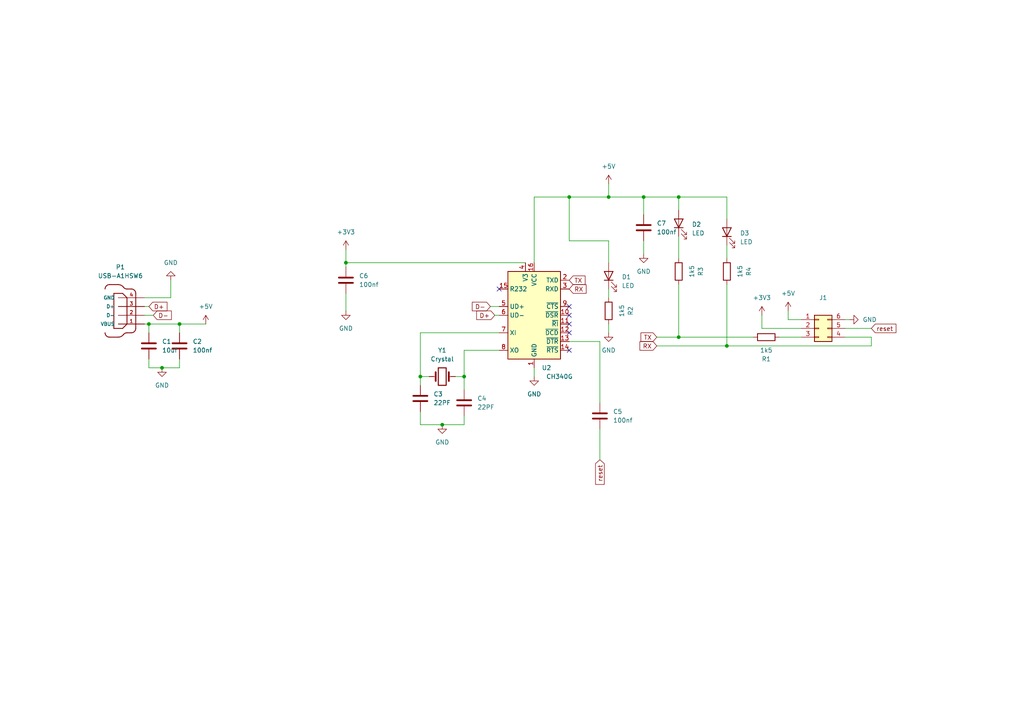
<source format=kicad_sch>
(kicad_sch (version 20230121) (generator eeschema)

  (uuid 0acb7cbc-be32-4c2c-913a-38cb0fa20e4d)

  (paper "A4")

  (lib_symbols
    (symbol "Connector_Generic:Conn_02x03_Counter_Clockwise" (pin_names (offset 1.016) hide) (in_bom yes) (on_board yes)
      (property "Reference" "J" (at 1.27 5.08 0)
        (effects (font (size 1.27 1.27)))
      )
      (property "Value" "Conn_02x03_Counter_Clockwise" (at 1.27 -5.08 0)
        (effects (font (size 1.27 1.27)))
      )
      (property "Footprint" "" (at 0 0 0)
        (effects (font (size 1.27 1.27)) hide)
      )
      (property "Datasheet" "~" (at 0 0 0)
        (effects (font (size 1.27 1.27)) hide)
      )
      (property "ki_keywords" "connector" (at 0 0 0)
        (effects (font (size 1.27 1.27)) hide)
      )
      (property "ki_description" "Generic connector, double row, 02x03, counter clockwise pin numbering scheme (similar to DIP package numbering), script generated (kicad-library-utils/schlib/autogen/connector/)" (at 0 0 0)
        (effects (font (size 1.27 1.27)) hide)
      )
      (property "ki_fp_filters" "Connector*:*_2x??_*" (at 0 0 0)
        (effects (font (size 1.27 1.27)) hide)
      )
      (symbol "Conn_02x03_Counter_Clockwise_1_1"
        (rectangle (start -1.27 -2.413) (end 0 -2.667)
          (stroke (width 0.1524) (type default))
          (fill (type none))
        )
        (rectangle (start -1.27 0.127) (end 0 -0.127)
          (stroke (width 0.1524) (type default))
          (fill (type none))
        )
        (rectangle (start -1.27 2.667) (end 0 2.413)
          (stroke (width 0.1524) (type default))
          (fill (type none))
        )
        (rectangle (start -1.27 3.81) (end 3.81 -3.81)
          (stroke (width 0.254) (type default))
          (fill (type background))
        )
        (rectangle (start 3.81 -2.413) (end 2.54 -2.667)
          (stroke (width 0.1524) (type default))
          (fill (type none))
        )
        (rectangle (start 3.81 0.127) (end 2.54 -0.127)
          (stroke (width 0.1524) (type default))
          (fill (type none))
        )
        (rectangle (start 3.81 2.667) (end 2.54 2.413)
          (stroke (width 0.1524) (type default))
          (fill (type none))
        )
        (pin passive line (at -5.08 2.54 0) (length 3.81)
          (name "Pin_1" (effects (font (size 1.27 1.27))))
          (number "1" (effects (font (size 1.27 1.27))))
        )
        (pin passive line (at -5.08 0 0) (length 3.81)
          (name "Pin_2" (effects (font (size 1.27 1.27))))
          (number "2" (effects (font (size 1.27 1.27))))
        )
        (pin passive line (at -5.08 -2.54 0) (length 3.81)
          (name "Pin_3" (effects (font (size 1.27 1.27))))
          (number "3" (effects (font (size 1.27 1.27))))
        )
        (pin passive line (at 7.62 -2.54 180) (length 3.81)
          (name "Pin_4" (effects (font (size 1.27 1.27))))
          (number "4" (effects (font (size 1.27 1.27))))
        )
        (pin passive line (at 7.62 0 180) (length 3.81)
          (name "Pin_5" (effects (font (size 1.27 1.27))))
          (number "5" (effects (font (size 1.27 1.27))))
        )
        (pin passive line (at 7.62 2.54 180) (length 3.81)
          (name "Pin_6" (effects (font (size 1.27 1.27))))
          (number "6" (effects (font (size 1.27 1.27))))
        )
      )
    )
    (symbol "Device:C" (pin_numbers hide) (pin_names (offset 0.254)) (in_bom yes) (on_board yes)
      (property "Reference" "C" (at 0.635 2.54 0)
        (effects (font (size 1.27 1.27)) (justify left))
      )
      (property "Value" "C" (at 0.635 -2.54 0)
        (effects (font (size 1.27 1.27)) (justify left))
      )
      (property "Footprint" "" (at 0.9652 -3.81 0)
        (effects (font (size 1.27 1.27)) hide)
      )
      (property "Datasheet" "~" (at 0 0 0)
        (effects (font (size 1.27 1.27)) hide)
      )
      (property "ki_keywords" "cap capacitor" (at 0 0 0)
        (effects (font (size 1.27 1.27)) hide)
      )
      (property "ki_description" "Unpolarized capacitor" (at 0 0 0)
        (effects (font (size 1.27 1.27)) hide)
      )
      (property "ki_fp_filters" "C_*" (at 0 0 0)
        (effects (font (size 1.27 1.27)) hide)
      )
      (symbol "C_0_1"
        (polyline
          (pts
            (xy -2.032 -0.762)
            (xy 2.032 -0.762)
          )
          (stroke (width 0.508) (type default))
          (fill (type none))
        )
        (polyline
          (pts
            (xy -2.032 0.762)
            (xy 2.032 0.762)
          )
          (stroke (width 0.508) (type default))
          (fill (type none))
        )
      )
      (symbol "C_1_1"
        (pin passive line (at 0 3.81 270) (length 2.794)
          (name "~" (effects (font (size 1.27 1.27))))
          (number "1" (effects (font (size 1.27 1.27))))
        )
        (pin passive line (at 0 -3.81 90) (length 2.794)
          (name "~" (effects (font (size 1.27 1.27))))
          (number "2" (effects (font (size 1.27 1.27))))
        )
      )
    )
    (symbol "Device:Crystal" (pin_numbers hide) (pin_names (offset 1.016) hide) (in_bom yes) (on_board yes)
      (property "Reference" "Y" (at 0 3.81 0)
        (effects (font (size 1.27 1.27)))
      )
      (property "Value" "Crystal" (at 0 -3.81 0)
        (effects (font (size 1.27 1.27)))
      )
      (property "Footprint" "" (at 0 0 0)
        (effects (font (size 1.27 1.27)) hide)
      )
      (property "Datasheet" "~" (at 0 0 0)
        (effects (font (size 1.27 1.27)) hide)
      )
      (property "ki_keywords" "quartz ceramic resonator oscillator" (at 0 0 0)
        (effects (font (size 1.27 1.27)) hide)
      )
      (property "ki_description" "Two pin crystal" (at 0 0 0)
        (effects (font (size 1.27 1.27)) hide)
      )
      (property "ki_fp_filters" "Crystal*" (at 0 0 0)
        (effects (font (size 1.27 1.27)) hide)
      )
      (symbol "Crystal_0_1"
        (rectangle (start -1.143 2.54) (end 1.143 -2.54)
          (stroke (width 0.3048) (type default))
          (fill (type none))
        )
        (polyline
          (pts
            (xy -2.54 0)
            (xy -1.905 0)
          )
          (stroke (width 0) (type default))
          (fill (type none))
        )
        (polyline
          (pts
            (xy -1.905 -1.27)
            (xy -1.905 1.27)
          )
          (stroke (width 0.508) (type default))
          (fill (type none))
        )
        (polyline
          (pts
            (xy 1.905 -1.27)
            (xy 1.905 1.27)
          )
          (stroke (width 0.508) (type default))
          (fill (type none))
        )
        (polyline
          (pts
            (xy 2.54 0)
            (xy 1.905 0)
          )
          (stroke (width 0) (type default))
          (fill (type none))
        )
      )
      (symbol "Crystal_1_1"
        (pin passive line (at -3.81 0 0) (length 1.27)
          (name "1" (effects (font (size 1.27 1.27))))
          (number "1" (effects (font (size 1.27 1.27))))
        )
        (pin passive line (at 3.81 0 180) (length 1.27)
          (name "2" (effects (font (size 1.27 1.27))))
          (number "2" (effects (font (size 1.27 1.27))))
        )
      )
    )
    (symbol "Device:LED" (pin_numbers hide) (pin_names (offset 1.016) hide) (in_bom yes) (on_board yes)
      (property "Reference" "D" (at 0 2.54 0)
        (effects (font (size 1.27 1.27)))
      )
      (property "Value" "LED" (at 0 -2.54 0)
        (effects (font (size 1.27 1.27)))
      )
      (property "Footprint" "" (at 0 0 0)
        (effects (font (size 1.27 1.27)) hide)
      )
      (property "Datasheet" "~" (at 0 0 0)
        (effects (font (size 1.27 1.27)) hide)
      )
      (property "ki_keywords" "LED diode" (at 0 0 0)
        (effects (font (size 1.27 1.27)) hide)
      )
      (property "ki_description" "Light emitting diode" (at 0 0 0)
        (effects (font (size 1.27 1.27)) hide)
      )
      (property "ki_fp_filters" "LED* LED_SMD:* LED_THT:*" (at 0 0 0)
        (effects (font (size 1.27 1.27)) hide)
      )
      (symbol "LED_0_1"
        (polyline
          (pts
            (xy -1.27 -1.27)
            (xy -1.27 1.27)
          )
          (stroke (width 0.254) (type default))
          (fill (type none))
        )
        (polyline
          (pts
            (xy -1.27 0)
            (xy 1.27 0)
          )
          (stroke (width 0) (type default))
          (fill (type none))
        )
        (polyline
          (pts
            (xy 1.27 -1.27)
            (xy 1.27 1.27)
            (xy -1.27 0)
            (xy 1.27 -1.27)
          )
          (stroke (width 0.254) (type default))
          (fill (type none))
        )
        (polyline
          (pts
            (xy -3.048 -0.762)
            (xy -4.572 -2.286)
            (xy -3.81 -2.286)
            (xy -4.572 -2.286)
            (xy -4.572 -1.524)
          )
          (stroke (width 0) (type default))
          (fill (type none))
        )
        (polyline
          (pts
            (xy -1.778 -0.762)
            (xy -3.302 -2.286)
            (xy -2.54 -2.286)
            (xy -3.302 -2.286)
            (xy -3.302 -1.524)
          )
          (stroke (width 0) (type default))
          (fill (type none))
        )
      )
      (symbol "LED_1_1"
        (pin passive line (at -3.81 0 0) (length 2.54)
          (name "K" (effects (font (size 1.27 1.27))))
          (number "1" (effects (font (size 1.27 1.27))))
        )
        (pin passive line (at 3.81 0 180) (length 2.54)
          (name "A" (effects (font (size 1.27 1.27))))
          (number "2" (effects (font (size 1.27 1.27))))
        )
      )
    )
    (symbol "Device:R" (pin_numbers hide) (pin_names (offset 0)) (in_bom yes) (on_board yes)
      (property "Reference" "R" (at 2.032 0 90)
        (effects (font (size 1.27 1.27)))
      )
      (property "Value" "R" (at 0 0 90)
        (effects (font (size 1.27 1.27)))
      )
      (property "Footprint" "" (at -1.778 0 90)
        (effects (font (size 1.27 1.27)) hide)
      )
      (property "Datasheet" "~" (at 0 0 0)
        (effects (font (size 1.27 1.27)) hide)
      )
      (property "ki_keywords" "R res resistor" (at 0 0 0)
        (effects (font (size 1.27 1.27)) hide)
      )
      (property "ki_description" "Resistor" (at 0 0 0)
        (effects (font (size 1.27 1.27)) hide)
      )
      (property "ki_fp_filters" "R_*" (at 0 0 0)
        (effects (font (size 1.27 1.27)) hide)
      )
      (symbol "R_0_1"
        (rectangle (start -1.016 -2.54) (end 1.016 2.54)
          (stroke (width 0.254) (type default))
          (fill (type none))
        )
      )
      (symbol "R_1_1"
        (pin passive line (at 0 3.81 270) (length 1.27)
          (name "~" (effects (font (size 1.27 1.27))))
          (number "1" (effects (font (size 1.27 1.27))))
        )
        (pin passive line (at 0 -3.81 90) (length 1.27)
          (name "~" (effects (font (size 1.27 1.27))))
          (number "2" (effects (font (size 1.27 1.27))))
        )
      )
    )
    (symbol "Interface_USB:CH340G" (in_bom yes) (on_board yes)
      (property "Reference" "U" (at -5.08 13.97 0)
        (effects (font (size 1.27 1.27)) (justify right))
      )
      (property "Value" "CH340G" (at 1.27 13.97 0)
        (effects (font (size 1.27 1.27)) (justify left))
      )
      (property "Footprint" "Package_SO:SOIC-16_3.9x9.9mm_P1.27mm" (at 1.27 -13.97 0)
        (effects (font (size 1.27 1.27)) (justify left) hide)
      )
      (property "Datasheet" "http://www.datasheet5.com/pdf-local-2195953" (at -8.89 20.32 0)
        (effects (font (size 1.27 1.27)) hide)
      )
      (property "ki_keywords" "USB UART Serial Converter Interface" (at 0 0 0)
        (effects (font (size 1.27 1.27)) hide)
      )
      (property "ki_description" "USB serial converter, UART, SOIC-16" (at 0 0 0)
        (effects (font (size 1.27 1.27)) hide)
      )
      (property "ki_fp_filters" "SOIC*3.9x9.9mm*P1.27mm*" (at 0 0 0)
        (effects (font (size 1.27 1.27)) hide)
      )
      (symbol "CH340G_0_1"
        (rectangle (start -7.62 12.7) (end 7.62 -12.7)
          (stroke (width 0.254) (type default))
          (fill (type background))
        )
      )
      (symbol "CH340G_1_1"
        (pin power_in line (at 0 -15.24 90) (length 2.54)
          (name "GND" (effects (font (size 1.27 1.27))))
          (number "1" (effects (font (size 1.27 1.27))))
        )
        (pin input line (at 10.16 0 180) (length 2.54)
          (name "~{DSR}" (effects (font (size 1.27 1.27))))
          (number "10" (effects (font (size 1.27 1.27))))
        )
        (pin input line (at 10.16 -2.54 180) (length 2.54)
          (name "~{RI}" (effects (font (size 1.27 1.27))))
          (number "11" (effects (font (size 1.27 1.27))))
        )
        (pin input line (at 10.16 -5.08 180) (length 2.54)
          (name "~{DCD}" (effects (font (size 1.27 1.27))))
          (number "12" (effects (font (size 1.27 1.27))))
        )
        (pin output line (at 10.16 -7.62 180) (length 2.54)
          (name "~{DTR}" (effects (font (size 1.27 1.27))))
          (number "13" (effects (font (size 1.27 1.27))))
        )
        (pin output line (at 10.16 -10.16 180) (length 2.54)
          (name "~{RTS}" (effects (font (size 1.27 1.27))))
          (number "14" (effects (font (size 1.27 1.27))))
        )
        (pin input line (at -10.16 7.62 0) (length 2.54)
          (name "R232" (effects (font (size 1.27 1.27))))
          (number "15" (effects (font (size 1.27 1.27))))
        )
        (pin power_in line (at 0 15.24 270) (length 2.54)
          (name "VCC" (effects (font (size 1.27 1.27))))
          (number "16" (effects (font (size 1.27 1.27))))
        )
        (pin output line (at 10.16 10.16 180) (length 2.54)
          (name "TXD" (effects (font (size 1.27 1.27))))
          (number "2" (effects (font (size 1.27 1.27))))
        )
        (pin input line (at 10.16 7.62 180) (length 2.54)
          (name "RXD" (effects (font (size 1.27 1.27))))
          (number "3" (effects (font (size 1.27 1.27))))
        )
        (pin passive line (at -2.54 15.24 270) (length 2.54)
          (name "V3" (effects (font (size 1.27 1.27))))
          (number "4" (effects (font (size 1.27 1.27))))
        )
        (pin bidirectional line (at -10.16 2.54 0) (length 2.54)
          (name "UD+" (effects (font (size 1.27 1.27))))
          (number "5" (effects (font (size 1.27 1.27))))
        )
        (pin bidirectional line (at -10.16 0 0) (length 2.54)
          (name "UD-" (effects (font (size 1.27 1.27))))
          (number "6" (effects (font (size 1.27 1.27))))
        )
        (pin input line (at -10.16 -5.08 0) (length 2.54)
          (name "XI" (effects (font (size 1.27 1.27))))
          (number "7" (effects (font (size 1.27 1.27))))
        )
        (pin output line (at -10.16 -10.16 0) (length 2.54)
          (name "XO" (effects (font (size 1.27 1.27))))
          (number "8" (effects (font (size 1.27 1.27))))
        )
        (pin input line (at 10.16 2.54 180) (length 2.54)
          (name "~{CTS}" (effects (font (size 1.27 1.27))))
          (number "9" (effects (font (size 1.27 1.27))))
        )
      )
    )
    (symbol "USB-A1HSW6:USB-A1HSW6" (pin_names (offset 1.016)) (in_bom yes) (on_board yes)
      (property "Reference" "P" (at -2.5418 11.438 0)
        (effects (font (size 1.27 1.27)) (justify left bottom))
      )
      (property "Value" "USB-A1HSW6" (at -2.5436 -10.1744 0)
        (effects (font (size 1.27 1.27)) (justify left bottom))
      )
      (property "Footprint" "USB-A1HSW6:OST_USB-A1HSW6" (at 0 0 0)
        (effects (font (size 1.27 1.27)) (justify bottom) hide)
      )
      (property "Datasheet" "" (at 0 0 0)
        (effects (font (size 1.27 1.27)) hide)
      )
      (property "MF" "On Shore" (at 0 0 0)
        (effects (font (size 1.27 1.27)) (justify bottom) hide)
      )
      (property "Description" "\nUSB-A (USB TYPE-A) - Receptacle Connector 4 Position Through Hole, Right Angle\n" (at 0 0 0)
        (effects (font (size 1.27 1.27)) (justify bottom) hide)
      )
      (property "Package" "None" (at 0 0 0)
        (effects (font (size 1.27 1.27)) (justify bottom) hide)
      )
      (property "Price" "None" (at 0 0 0)
        (effects (font (size 1.27 1.27)) (justify bottom) hide)
      )
      (property "Check_prices" "https://www.snapeda.com/parts/USB-A1HSW6/On+Shore+Technology+Inc./view-part/?ref=eda" (at 0 0 0)
        (effects (font (size 1.27 1.27)) (justify bottom) hide)
      )
      (property "SnapEDA_Link" "https://www.snapeda.com/parts/USB-A1HSW6/On+Shore+Technology+Inc./view-part/?ref=snap" (at 0 0 0)
        (effects (font (size 1.27 1.27)) (justify bottom) hide)
      )
      (property "MP" "USB-A1HSW6" (at 0 0 0)
        (effects (font (size 1.27 1.27)) (justify bottom) hide)
      )
      (property "Purchase-URL" "https://www.snapeda.com/api/url_track_click_mouser/?unipart_id=13110&manufacturer=On Shore&part_name=USB-A1HSW6&search_term=None" (at 0 0 0)
        (effects (font (size 1.27 1.27)) (justify bottom) hide)
      )
      (property "Availability" "In Stock" (at 0 0 0)
        (effects (font (size 1.27 1.27)) (justify bottom) hide)
      )
      (property "MANUFACTURER" "On-Shore Technology, Inc." (at 0 0 0)
        (effects (font (size 1.27 1.27)) (justify bottom) hide)
      )
      (symbol "USB-A1HSW6_0_0"
        (arc (start -2.54 -3.81) (mid -2.168 -4.708) (end -1.27 -5.08)
          (stroke (width 0.254) (type default))
          (fill (type none))
        )
        (arc (start -1.27 7.62) (mid -2.168 7.248) (end -2.54 6.35)
          (stroke (width 0.254) (type default))
          (fill (type none))
        )
        (polyline
          (pts
            (xy -2.54 6.35)
            (xy -2.54 -3.81)
          )
          (stroke (width 0.254) (type default))
          (fill (type none))
        )
        (polyline
          (pts
            (xy -1.27 -5.08)
            (xy 0 -5.08)
          )
          (stroke (width 0.254) (type default))
          (fill (type none))
        )
        (polyline
          (pts
            (xy -1.27 7.62)
            (xy 0 7.62)
          )
          (stroke (width 0.254) (type default))
          (fill (type none))
        )
        (polyline
          (pts
            (xy 0 -2.54)
            (xy 1.27 -3.81)
          )
          (stroke (width 0.254) (type default))
          (fill (type none))
        )
        (polyline
          (pts
            (xy 0 5.08)
            (xy 0 -2.54)
          )
          (stroke (width 0.254) (type default))
          (fill (type none))
        )
        (polyline
          (pts
            (xy 1.27 -3.81)
            (xy 3.81 -3.81)
          )
          (stroke (width 0.254) (type default))
          (fill (type none))
        )
        (polyline
          (pts
            (xy 1.27 6.35)
            (xy 0 5.08)
          )
          (stroke (width 0.254) (type default))
          (fill (type none))
        )
        (polyline
          (pts
            (xy 2.54 -6.35)
            (xy 5.08 -6.35)
          )
          (stroke (width 0.254) (type default))
          (fill (type none))
        )
        (polyline
          (pts
            (xy 2.54 8.89)
            (xy 5.08 8.89)
          )
          (stroke (width 0.254) (type default))
          (fill (type none))
        )
        (polyline
          (pts
            (xy 3.81 -3.81)
            (xy 3.81 6.35)
          )
          (stroke (width 0.254) (type default))
          (fill (type none))
        )
        (polyline
          (pts
            (xy 3.81 6.35)
            (xy 1.27 6.35)
          )
          (stroke (width 0.254) (type default))
          (fill (type none))
        )
        (arc (start 0 7.62) (mid 0.568 7.754) (end 1.016 8.128)
          (stroke (width 0.254) (type default))
          (fill (type none))
        )
        (arc (start 1.016 -5.588) (mid 0.5667 -5.2134) (end 0 -5.08)
          (stroke (width 0.254) (type default))
          (fill (type none))
        )
        (arc (start 1.016 -5.588) (mid 1.6881 -6.1489) (end 2.54 -6.35)
          (stroke (width 0.254) (type default))
          (fill (type none))
        )
        (arc (start 2.54 8.89) (mid 1.6861 8.6879) (end 1.016 8.128)
          (stroke (width 0.254) (type default))
          (fill (type none))
        )
        (arc (start 5.08 -6.35) (mid 5.978 -5.978) (end 6.35 -5.08)
          (stroke (width 0.254) (type default))
          (fill (type none))
        )
        (arc (start 6.35 7.62) (mid 5.978 8.518) (end 5.08 8.89)
          (stroke (width 0.254) (type default))
          (fill (type none))
        )
        (pin power_in line (at -5.08 5.08 0) (length 7.62)
          (name "VBUS" (effects (font (size 1.016 1.016))))
          (number "1" (effects (font (size 1.016 1.016))))
        )
        (pin bidirectional line (at -5.08 2.54 0) (length 7.62)
          (name "D-" (effects (font (size 1.016 1.016))))
          (number "2" (effects (font (size 1.016 1.016))))
        )
        (pin bidirectional line (at -5.08 0 0) (length 7.62)
          (name "D+" (effects (font (size 1.016 1.016))))
          (number "3" (effects (font (size 1.016 1.016))))
        )
        (pin power_in line (at -5.08 -2.54 0) (length 7.62)
          (name "GND" (effects (font (size 1.016 1.016))))
          (number "4" (effects (font (size 1.016 1.016))))
        )
      )
    )
    (symbol "power:+3V3" (power) (pin_names (offset 0)) (in_bom yes) (on_board yes)
      (property "Reference" "#PWR" (at 0 -3.81 0)
        (effects (font (size 1.27 1.27)) hide)
      )
      (property "Value" "+3V3" (at 0 3.556 0)
        (effects (font (size 1.27 1.27)))
      )
      (property "Footprint" "" (at 0 0 0)
        (effects (font (size 1.27 1.27)) hide)
      )
      (property "Datasheet" "" (at 0 0 0)
        (effects (font (size 1.27 1.27)) hide)
      )
      (property "ki_keywords" "global power" (at 0 0 0)
        (effects (font (size 1.27 1.27)) hide)
      )
      (property "ki_description" "Power symbol creates a global label with name \"+3V3\"" (at 0 0 0)
        (effects (font (size 1.27 1.27)) hide)
      )
      (symbol "+3V3_0_1"
        (polyline
          (pts
            (xy -0.762 1.27)
            (xy 0 2.54)
          )
          (stroke (width 0) (type default))
          (fill (type none))
        )
        (polyline
          (pts
            (xy 0 0)
            (xy 0 2.54)
          )
          (stroke (width 0) (type default))
          (fill (type none))
        )
        (polyline
          (pts
            (xy 0 2.54)
            (xy 0.762 1.27)
          )
          (stroke (width 0) (type default))
          (fill (type none))
        )
      )
      (symbol "+3V3_1_1"
        (pin power_in line (at 0 0 90) (length 0) hide
          (name "+3V3" (effects (font (size 1.27 1.27))))
          (number "1" (effects (font (size 1.27 1.27))))
        )
      )
    )
    (symbol "power:+5V" (power) (pin_names (offset 0)) (in_bom yes) (on_board yes)
      (property "Reference" "#PWR" (at 0 -3.81 0)
        (effects (font (size 1.27 1.27)) hide)
      )
      (property "Value" "+5V" (at 0 3.556 0)
        (effects (font (size 1.27 1.27)))
      )
      (property "Footprint" "" (at 0 0 0)
        (effects (font (size 1.27 1.27)) hide)
      )
      (property "Datasheet" "" (at 0 0 0)
        (effects (font (size 1.27 1.27)) hide)
      )
      (property "ki_keywords" "global power" (at 0 0 0)
        (effects (font (size 1.27 1.27)) hide)
      )
      (property "ki_description" "Power symbol creates a global label with name \"+5V\"" (at 0 0 0)
        (effects (font (size 1.27 1.27)) hide)
      )
      (symbol "+5V_0_1"
        (polyline
          (pts
            (xy -0.762 1.27)
            (xy 0 2.54)
          )
          (stroke (width 0) (type default))
          (fill (type none))
        )
        (polyline
          (pts
            (xy 0 0)
            (xy 0 2.54)
          )
          (stroke (width 0) (type default))
          (fill (type none))
        )
        (polyline
          (pts
            (xy 0 2.54)
            (xy 0.762 1.27)
          )
          (stroke (width 0) (type default))
          (fill (type none))
        )
      )
      (symbol "+5V_1_1"
        (pin power_in line (at 0 0 90) (length 0) hide
          (name "+5V" (effects (font (size 1.27 1.27))))
          (number "1" (effects (font (size 1.27 1.27))))
        )
      )
    )
    (symbol "power:GND" (power) (pin_names (offset 0)) (in_bom yes) (on_board yes)
      (property "Reference" "#PWR" (at 0 -6.35 0)
        (effects (font (size 1.27 1.27)) hide)
      )
      (property "Value" "GND" (at 0 -3.81 0)
        (effects (font (size 1.27 1.27)))
      )
      (property "Footprint" "" (at 0 0 0)
        (effects (font (size 1.27 1.27)) hide)
      )
      (property "Datasheet" "" (at 0 0 0)
        (effects (font (size 1.27 1.27)) hide)
      )
      (property "ki_keywords" "global power" (at 0 0 0)
        (effects (font (size 1.27 1.27)) hide)
      )
      (property "ki_description" "Power symbol creates a global label with name \"GND\" , ground" (at 0 0 0)
        (effects (font (size 1.27 1.27)) hide)
      )
      (symbol "GND_0_1"
        (polyline
          (pts
            (xy 0 0)
            (xy 0 -1.27)
            (xy 1.27 -1.27)
            (xy 0 -2.54)
            (xy -1.27 -1.27)
            (xy 0 -1.27)
          )
          (stroke (width 0) (type default))
          (fill (type none))
        )
      )
      (symbol "GND_1_1"
        (pin power_in line (at 0 0 270) (length 0) hide
          (name "GND" (effects (font (size 1.27 1.27))))
          (number "1" (effects (font (size 1.27 1.27))))
        )
      )
    )
  )

  (junction (at 186.69 57.15) (diameter 0) (color 0 0 0 0)
    (uuid 0e99b9a4-291a-4d58-895f-847c6aaafdd7)
  )
  (junction (at 52.07 93.98) (diameter 0) (color 0 0 0 0)
    (uuid 122e278e-615d-4ac7-a6a9-4940bd993874)
  )
  (junction (at 196.85 57.15) (diameter 0) (color 0 0 0 0)
    (uuid 32e54a33-63ca-429a-84e2-a799be12fe49)
  )
  (junction (at 196.85 97.79) (diameter 0) (color 0 0 0 0)
    (uuid 4753e4c0-319f-4a69-bf17-e1b8841580ea)
  )
  (junction (at 100.33 76.2) (diameter 0) (color 0 0 0 0)
    (uuid 51109d16-1ae1-425f-8a99-84ae68b04299)
  )
  (junction (at 176.53 57.15) (diameter 0) (color 0 0 0 0)
    (uuid 58ac6d55-ae62-4740-8a7d-f303194c415c)
  )
  (junction (at 134.62 109.22) (diameter 0) (color 0 0 0 0)
    (uuid 6d5c3cee-2e43-449b-b161-6a9c4290e083)
  )
  (junction (at 128.27 123.19) (diameter 0) (color 0 0 0 0)
    (uuid 7d33798e-ea9f-49f4-a687-3274236e79ea)
  )
  (junction (at 46.99 106.68) (diameter 0) (color 0 0 0 0)
    (uuid 8c5e6cd7-5b00-425b-a1f8-23a0b62a196d)
  )
  (junction (at 43.18 93.98) (diameter 0) (color 0 0 0 0)
    (uuid a33f31dc-72e5-4803-aa47-8ba77e48d517)
  )
  (junction (at 210.82 100.33) (diameter 0) (color 0 0 0 0)
    (uuid aa4c2533-1309-4fb6-98cf-a62ae0fa71c1)
  )
  (junction (at 121.92 109.22) (diameter 0) (color 0 0 0 0)
    (uuid e8b0a78a-dd05-4491-b0f0-eab99b79ebf3)
  )
  (junction (at 165.1 57.15) (diameter 0) (color 0 0 0 0)
    (uuid eeddf43a-b0de-4d7e-8ff9-a08ed788d0c6)
  )

  (no_connect (at 165.1 88.9) (uuid 0aa11e42-0836-48d9-a8cb-60266698baea))
  (no_connect (at 165.1 91.44) (uuid 0ce0f7e6-40cc-4b58-ba8c-8757ad60f2ec))
  (no_connect (at 144.78 83.82) (uuid 12460cb7-c1be-470f-b96c-a0e116311308))
  (no_connect (at 165.1 101.6) (uuid 955ceeca-28e8-42da-9ae1-e75bd3572087))
  (no_connect (at 165.1 96.52) (uuid b8235edd-1b6c-4ec9-91c3-035dc990e7f4))
  (no_connect (at 165.1 93.98) (uuid de5fed85-7568-4109-9643-5c1c10e9d5d2))

  (wire (pts (xy 252.73 100.33) (xy 252.73 97.79))
    (stroke (width 0) (type default))
    (uuid 011255ea-d831-4359-a1cf-2981fc715e1f)
  )
  (wire (pts (xy 176.53 57.15) (xy 165.1 57.15))
    (stroke (width 0) (type default))
    (uuid 04b484e5-338a-4be5-b3cf-007e50a043f0)
  )
  (wire (pts (xy 144.78 96.52) (xy 121.92 96.52))
    (stroke (width 0) (type default))
    (uuid 0749d0ee-467f-463b-b093-ceeb5a78bd2a)
  )
  (wire (pts (xy 196.85 82.55) (xy 196.85 97.79))
    (stroke (width 0) (type default))
    (uuid 0bbc78ca-2c41-49f2-851b-2be80e0a0d52)
  )
  (wire (pts (xy 165.1 57.15) (xy 154.94 57.15))
    (stroke (width 0) (type default))
    (uuid 10aca9dc-6d9a-4d87-af14-e9211629b049)
  )
  (wire (pts (xy 121.92 119.38) (xy 121.92 123.19))
    (stroke (width 0) (type default))
    (uuid 11d300b5-7486-4850-8437-39f42b62965b)
  )
  (wire (pts (xy 43.18 104.14) (xy 43.18 106.68))
    (stroke (width 0) (type default))
    (uuid 2170d5d7-166f-4f13-8738-f4e16eb281cd)
  )
  (wire (pts (xy 176.53 53.34) (xy 176.53 57.15))
    (stroke (width 0) (type default))
    (uuid 2173fcc0-96cd-4830-8b30-dbeebe118a0c)
  )
  (wire (pts (xy 154.94 57.15) (xy 154.94 76.2))
    (stroke (width 0) (type default))
    (uuid 28a40475-6948-414a-ad00-8dc30f89efe6)
  )
  (wire (pts (xy 228.6 90.17) (xy 228.6 92.71))
    (stroke (width 0) (type default))
    (uuid 28eaacf3-defd-4fb1-be03-4337dc84892c)
  )
  (wire (pts (xy 210.82 82.55) (xy 210.82 100.33))
    (stroke (width 0) (type default))
    (uuid 2e808a66-5621-499c-9a84-140a8edd2d76)
  )
  (wire (pts (xy 43.18 93.98) (xy 43.18 96.52))
    (stroke (width 0) (type default))
    (uuid 374118b0-479e-4c34-9a71-bf5e297a7527)
  )
  (wire (pts (xy 134.62 101.6) (xy 134.62 109.22))
    (stroke (width 0) (type default))
    (uuid 3debf4e3-f4ca-4f1d-b81b-dff4deb35ce6)
  )
  (wire (pts (xy 41.91 88.9) (xy 43.18 88.9))
    (stroke (width 0) (type default))
    (uuid 40b6bed7-423b-4328-8d29-c9a2ac828676)
  )
  (wire (pts (xy 245.11 97.79) (xy 252.73 97.79))
    (stroke (width 0) (type default))
    (uuid 415ef233-0de0-49cf-991b-fe383316d7f8)
  )
  (wire (pts (xy 43.18 93.98) (xy 52.07 93.98))
    (stroke (width 0) (type default))
    (uuid 44ac9ef0-a09a-465f-ac27-dd64eedba7d2)
  )
  (wire (pts (xy 43.18 106.68) (xy 46.99 106.68))
    (stroke (width 0) (type default))
    (uuid 4e04ce2e-8ad1-4c2d-af1e-1af2936ae4ee)
  )
  (wire (pts (xy 176.53 69.85) (xy 165.1 69.85))
    (stroke (width 0) (type default))
    (uuid 541efcb7-256b-49cd-ae25-e0ded86362e3)
  )
  (wire (pts (xy 245.11 92.71) (xy 246.38 92.71))
    (stroke (width 0) (type default))
    (uuid 54308130-a035-4fa7-9073-e102642db417)
  )
  (wire (pts (xy 176.53 83.82) (xy 176.53 86.36))
    (stroke (width 0) (type default))
    (uuid 5f1e1d41-2bc3-496e-97bb-e31a660b4b7c)
  )
  (wire (pts (xy 52.07 93.98) (xy 59.69 93.98))
    (stroke (width 0) (type default))
    (uuid 6052f116-64a9-428b-8380-22784272e3df)
  )
  (wire (pts (xy 100.33 76.2) (xy 100.33 77.47))
    (stroke (width 0) (type default))
    (uuid 6172449b-8844-4448-a973-cc1177b7a9f3)
  )
  (wire (pts (xy 196.85 57.15) (xy 186.69 57.15))
    (stroke (width 0) (type default))
    (uuid 6d0339f6-d255-4dcc-af58-a4b3d66b9ca5)
  )
  (wire (pts (xy 210.82 57.15) (xy 196.85 57.15))
    (stroke (width 0) (type default))
    (uuid 6ec690b6-f13b-4395-9f88-d738f44c590c)
  )
  (wire (pts (xy 134.62 123.19) (xy 134.62 120.65))
    (stroke (width 0) (type default))
    (uuid 6f4288ae-e99c-4476-9c84-fe6f89448654)
  )
  (wire (pts (xy 134.62 109.22) (xy 132.08 109.22))
    (stroke (width 0) (type default))
    (uuid 73cd46ab-28a8-454d-805c-526362471d8f)
  )
  (wire (pts (xy 220.98 91.44) (xy 220.98 95.25))
    (stroke (width 0) (type default))
    (uuid 7527948b-4b76-4f11-ba89-709aabb913f8)
  )
  (wire (pts (xy 100.33 72.39) (xy 100.33 76.2))
    (stroke (width 0) (type default))
    (uuid 772bfe94-6f7b-49a3-8a20-3275ae4f9ab9)
  )
  (wire (pts (xy 128.27 123.19) (xy 134.62 123.19))
    (stroke (width 0) (type default))
    (uuid 799c9599-5306-4141-87bf-2905df44685f)
  )
  (wire (pts (xy 165.1 99.06) (xy 173.99 99.06))
    (stroke (width 0) (type default))
    (uuid 8705d9ed-ed61-43d7-b15d-dab0b099c447)
  )
  (wire (pts (xy 52.07 93.98) (xy 52.07 96.52))
    (stroke (width 0) (type default))
    (uuid 876e0cd5-2b9a-4489-aaef-71eab0d5ba53)
  )
  (wire (pts (xy 100.33 85.09) (xy 100.33 90.17))
    (stroke (width 0) (type default))
    (uuid 8965d393-183a-4938-95e3-8f918e0e0102)
  )
  (wire (pts (xy 144.78 101.6) (xy 134.62 101.6))
    (stroke (width 0) (type default))
    (uuid 9043c87e-d63b-43b0-aeca-0bb8b57edf01)
  )
  (wire (pts (xy 220.98 95.25) (xy 232.41 95.25))
    (stroke (width 0) (type default))
    (uuid 90bfc621-fc02-43a4-97f7-ba45b3edfa9b)
  )
  (wire (pts (xy 176.53 76.2) (xy 176.53 69.85))
    (stroke (width 0) (type default))
    (uuid 9473a4fc-be43-4dad-8d8b-0df24401e3b1)
  )
  (wire (pts (xy 228.6 92.71) (xy 232.41 92.71))
    (stroke (width 0) (type default))
    (uuid 9f088da5-c50d-44a8-b876-58722325be4f)
  )
  (wire (pts (xy 49.53 86.36) (xy 49.53 81.28))
    (stroke (width 0) (type default))
    (uuid 9fd6d84d-385a-4d92-a8f7-f88f24518139)
  )
  (wire (pts (xy 186.69 57.15) (xy 186.69 62.23))
    (stroke (width 0) (type default))
    (uuid a0a38aa7-1619-4ccd-86c2-a8aa42ed0017)
  )
  (wire (pts (xy 190.5 97.79) (xy 196.85 97.79))
    (stroke (width 0) (type default))
    (uuid a756fe6b-dee8-4a5f-aad5-b22b3b032f05)
  )
  (wire (pts (xy 142.24 88.9) (xy 144.78 88.9))
    (stroke (width 0) (type default))
    (uuid a8d7e8df-f34b-4612-9948-bcb9b3401833)
  )
  (wire (pts (xy 165.1 69.85) (xy 165.1 57.15))
    (stroke (width 0) (type default))
    (uuid a91297bb-8c44-4c6b-b668-6c955b2a0206)
  )
  (wire (pts (xy 52.07 106.68) (xy 46.99 106.68))
    (stroke (width 0) (type default))
    (uuid ab059087-8648-4416-8615-171720108c7f)
  )
  (wire (pts (xy 190.5 100.33) (xy 210.82 100.33))
    (stroke (width 0) (type default))
    (uuid ac8a5dc2-69f1-4e33-bcca-649c40d56d2b)
  )
  (wire (pts (xy 173.99 133.35) (xy 173.99 124.46))
    (stroke (width 0) (type default))
    (uuid ae017364-a1b5-4670-b22a-285301cfcdaa)
  )
  (wire (pts (xy 121.92 109.22) (xy 121.92 111.76))
    (stroke (width 0) (type default))
    (uuid ae28c61e-236e-4096-bdbe-c633d96a6d4d)
  )
  (wire (pts (xy 186.69 69.85) (xy 186.69 73.66))
    (stroke (width 0) (type default))
    (uuid b0eee535-f937-4739-b780-a6de406f7e5e)
  )
  (wire (pts (xy 134.62 109.22) (xy 134.62 113.03))
    (stroke (width 0) (type default))
    (uuid bd3e1315-c301-4098-86b7-ea259ec7d9fc)
  )
  (wire (pts (xy 44.45 91.44) (xy 41.91 91.44))
    (stroke (width 0) (type default))
    (uuid bf408432-9ca3-4e3a-932f-4b8f1b69c3f7)
  )
  (wire (pts (xy 210.82 63.5) (xy 210.82 57.15))
    (stroke (width 0) (type default))
    (uuid c037da23-640b-4faf-9caa-0b002f1c2cb5)
  )
  (wire (pts (xy 52.07 104.14) (xy 52.07 106.68))
    (stroke (width 0) (type default))
    (uuid c7580dbb-a9cb-46d6-ba73-0232fea0825e)
  )
  (wire (pts (xy 196.85 68.58) (xy 196.85 74.93))
    (stroke (width 0) (type default))
    (uuid c97096f9-075b-43ee-b050-e9d778087ecb)
  )
  (wire (pts (xy 121.92 123.19) (xy 128.27 123.19))
    (stroke (width 0) (type default))
    (uuid c9937846-8a47-4ecb-99bf-d9f40587ee7c)
  )
  (wire (pts (xy 173.99 99.06) (xy 173.99 116.84))
    (stroke (width 0) (type default))
    (uuid ca9cb626-7e18-4bf0-8a1c-f947f695c931)
  )
  (wire (pts (xy 144.78 91.44) (xy 143.51 91.44))
    (stroke (width 0) (type default))
    (uuid caf801a6-384e-43b7-bac8-c532464c580e)
  )
  (wire (pts (xy 196.85 57.15) (xy 196.85 60.96))
    (stroke (width 0) (type default))
    (uuid d29443f0-71d9-4ef7-82af-0393e1d8bcb7)
  )
  (wire (pts (xy 100.33 76.2) (xy 152.4 76.2))
    (stroke (width 0) (type default))
    (uuid d5c67314-4fab-4b6d-9ef4-f4165b6a8afc)
  )
  (wire (pts (xy 41.91 86.36) (xy 49.53 86.36))
    (stroke (width 0) (type default))
    (uuid d94dc68b-aa3e-4e92-b8e1-a1ec8598ad9a)
  )
  (wire (pts (xy 196.85 97.79) (xy 218.44 97.79))
    (stroke (width 0) (type default))
    (uuid daa7f079-e16a-444a-95d4-17b705b81201)
  )
  (wire (pts (xy 121.92 96.52) (xy 121.92 109.22))
    (stroke (width 0) (type default))
    (uuid dd944e65-e9ec-48b6-8e18-90d3d2975879)
  )
  (wire (pts (xy 226.06 97.79) (xy 232.41 97.79))
    (stroke (width 0) (type default))
    (uuid e0125afb-a94e-4d55-89c2-9ef05cae7f18)
  )
  (wire (pts (xy 210.82 71.12) (xy 210.82 74.93))
    (stroke (width 0) (type default))
    (uuid e44f4c96-c204-4314-9152-883cc848b09a)
  )
  (wire (pts (xy 154.94 106.68) (xy 154.94 109.22))
    (stroke (width 0) (type default))
    (uuid e6e806fb-a170-4b29-b4eb-7efbefe6cf19)
  )
  (wire (pts (xy 41.91 93.98) (xy 43.18 93.98))
    (stroke (width 0) (type default))
    (uuid e993dde7-0626-4b2b-9590-528a6cb747a9)
  )
  (wire (pts (xy 186.69 57.15) (xy 176.53 57.15))
    (stroke (width 0) (type default))
    (uuid f414900d-cc71-4585-9ba9-18d8a478b878)
  )
  (wire (pts (xy 252.73 95.25) (xy 245.11 95.25))
    (stroke (width 0) (type default))
    (uuid f51a761f-41d8-48d0-8ce6-9f3a4e5eaae3)
  )
  (wire (pts (xy 210.82 100.33) (xy 252.73 100.33))
    (stroke (width 0) (type default))
    (uuid f5b12683-04ef-4fe3-b0f5-f345daf4b2ed)
  )
  (wire (pts (xy 121.92 109.22) (xy 124.46 109.22))
    (stroke (width 0) (type default))
    (uuid f8bcf07f-b90d-4a25-b82b-8ad27ce09f23)
  )
  (wire (pts (xy 176.53 93.98) (xy 176.53 96.52))
    (stroke (width 0) (type default))
    (uuid f90253be-a269-446c-a373-14cabce29979)
  )

  (global_label "D+" (shape input) (at 143.51 91.44 180) (fields_autoplaced)
    (effects (font (size 1.27 1.27)) (justify right))
    (uuid 058c5c83-276f-44ff-966c-e11fedd520ff)
    (property "Intersheetrefs" "${INTERSHEET_REFS}" (at 137.6824 91.44 0)
      (effects (font (size 1.27 1.27)) (justify right) hide)
    )
  )
  (global_label "reset" (shape input) (at 173.99 133.35 270) (fields_autoplaced)
    (effects (font (size 1.27 1.27)) (justify right))
    (uuid 0cf4ffd8-fc7f-4d6c-9cc6-9fd3a29bd181)
    (property "Intersheetrefs" "${INTERSHEET_REFS}" (at 173.99 141.0524 90)
      (effects (font (size 1.27 1.27)) (justify right) hide)
    )
  )
  (global_label "D+" (shape input) (at 43.18 88.9 0) (fields_autoplaced)
    (effects (font (size 1.27 1.27)) (justify left))
    (uuid 1c7b321c-0ab8-4421-b9d4-2c2d6f5ba2ca)
    (property "Intersheetrefs" "${INTERSHEET_REFS}" (at 49.0076 88.9 0)
      (effects (font (size 1.27 1.27)) (justify left) hide)
    )
  )
  (global_label "RX" (shape input) (at 190.5 100.33 180) (fields_autoplaced)
    (effects (font (size 1.27 1.27)) (justify right))
    (uuid 2bfe2c8e-1a2d-4179-82e1-f1523efc58d4)
    (property "Intersheetrefs" "${INTERSHEET_REFS}" (at 185.0353 100.33 0)
      (effects (font (size 1.27 1.27)) (justify right) hide)
    )
  )
  (global_label "D-" (shape input) (at 142.24 88.9 180) (fields_autoplaced)
    (effects (font (size 1.27 1.27)) (justify right))
    (uuid 4f47b1fb-aad8-4923-baa3-e3d756ad5da5)
    (property "Intersheetrefs" "${INTERSHEET_REFS}" (at 136.4124 88.9 0)
      (effects (font (size 1.27 1.27)) (justify right) hide)
    )
  )
  (global_label "reset" (shape input) (at 252.73 95.25 0) (fields_autoplaced)
    (effects (font (size 1.27 1.27)) (justify left))
    (uuid 52f310ad-7352-48ba-97d9-7dc97e8f053f)
    (property "Intersheetrefs" "${INTERSHEET_REFS}" (at 260.4324 95.25 0)
      (effects (font (size 1.27 1.27)) (justify left) hide)
    )
  )
  (global_label "TX" (shape input) (at 165.1 81.28 0) (fields_autoplaced)
    (effects (font (size 1.27 1.27)) (justify left))
    (uuid 960824ec-c598-45ae-aacd-35b336d46b8b)
    (property "Intersheetrefs" "${INTERSHEET_REFS}" (at 170.2623 81.28 0)
      (effects (font (size 1.27 1.27)) (justify left) hide)
    )
  )
  (global_label "D-" (shape input) (at 44.45 91.44 0) (fields_autoplaced)
    (effects (font (size 1.27 1.27)) (justify left))
    (uuid a7b01d9b-2d24-4beb-8186-cbf6d5c1737a)
    (property "Intersheetrefs" "${INTERSHEET_REFS}" (at 50.2776 91.44 0)
      (effects (font (size 1.27 1.27)) (justify left) hide)
    )
  )
  (global_label "TX" (shape input) (at 190.5 97.79 180) (fields_autoplaced)
    (effects (font (size 1.27 1.27)) (justify right))
    (uuid eccfb4df-ad8c-4f82-8e60-5968e6b6b234)
    (property "Intersheetrefs" "${INTERSHEET_REFS}" (at 185.3377 97.79 0)
      (effects (font (size 1.27 1.27)) (justify right) hide)
    )
  )
  (global_label "RX" (shape input) (at 165.1 83.82 0) (fields_autoplaced)
    (effects (font (size 1.27 1.27)) (justify left))
    (uuid f9b07213-c8c3-4111-ae5e-cb597c8106f7)
    (property "Intersheetrefs" "${INTERSHEET_REFS}" (at 170.5647 83.82 0)
      (effects (font (size 1.27 1.27)) (justify left) hide)
    )
  )

  (symbol (lib_id "power:+5V") (at 176.53 53.34 0) (unit 1)
    (in_bom yes) (on_board yes) (dnp no) (fields_autoplaced)
    (uuid 0230f378-32ca-458b-950e-4c70a8de68da)
    (property "Reference" "#PWR013" (at 176.53 57.15 0)
      (effects (font (size 1.27 1.27)) hide)
    )
    (property "Value" "+5V" (at 176.53 48.26 0)
      (effects (font (size 1.27 1.27)))
    )
    (property "Footprint" "" (at 176.53 53.34 0)
      (effects (font (size 1.27 1.27)) hide)
    )
    (property "Datasheet" "" (at 176.53 53.34 0)
      (effects (font (size 1.27 1.27)) hide)
    )
    (pin "1" (uuid 407519af-555a-4000-a903-d9a14c8361ac))
    (instances
      (project "usbttl"
        (path "/0acb7cbc-be32-4c2c-913a-38cb0fa20e4d"
          (reference "#PWR013") (unit 1)
        )
      )
    )
  )

  (symbol (lib_id "power:GND") (at 128.27 123.19 0) (unit 1)
    (in_bom yes) (on_board yes) (dnp no) (fields_autoplaced)
    (uuid 1402bf72-07ae-48c2-b495-c14a5fd11833)
    (property "Reference" "#PWR04" (at 128.27 129.54 0)
      (effects (font (size 1.27 1.27)) hide)
    )
    (property "Value" "GND" (at 128.27 128.27 0)
      (effects (font (size 1.27 1.27)))
    )
    (property "Footprint" "" (at 128.27 123.19 0)
      (effects (font (size 1.27 1.27)) hide)
    )
    (property "Datasheet" "" (at 128.27 123.19 0)
      (effects (font (size 1.27 1.27)) hide)
    )
    (pin "1" (uuid 07290b0f-5b08-4e32-89b9-88c2ac0b803a))
    (instances
      (project "usbttl"
        (path "/0acb7cbc-be32-4c2c-913a-38cb0fa20e4d"
          (reference "#PWR04") (unit 1)
        )
      )
    )
  )

  (symbol (lib_id "Device:LED") (at 176.53 80.01 90) (unit 1)
    (in_bom yes) (on_board yes) (dnp no) (fields_autoplaced)
    (uuid 20c9ee85-8fba-4f98-81a7-438ea3eb5a00)
    (property "Reference" "D1" (at 180.34 80.3275 90)
      (effects (font (size 1.27 1.27)) (justify right))
    )
    (property "Value" "LED" (at 180.34 82.8675 90)
      (effects (font (size 1.27 1.27)) (justify right))
    )
    (property "Footprint" "LED_SMD:LED_0201_0603Metric" (at 176.53 80.01 0)
      (effects (font (size 1.27 1.27)) hide)
    )
    (property "Datasheet" "~" (at 176.53 80.01 0)
      (effects (font (size 1.27 1.27)) hide)
    )
    (pin "1" (uuid 2ade4f24-1ba2-4aa0-b199-dacd3e50c43b))
    (pin "2" (uuid a09754d8-6e01-4003-94e1-1fd70710c71f))
    (instances
      (project "usbttl"
        (path "/0acb7cbc-be32-4c2c-913a-38cb0fa20e4d"
          (reference "D1") (unit 1)
        )
      )
    )
  )

  (symbol (lib_id "Device:R") (at 222.25 97.79 270) (unit 1)
    (in_bom yes) (on_board yes) (dnp no)
    (uuid 2d33f57b-e0de-4730-b5b9-a12a03a81ac7)
    (property "Reference" "R1" (at 222.25 104.14 90)
      (effects (font (size 1.27 1.27)))
    )
    (property "Value" "1k5" (at 222.25 101.6 90)
      (effects (font (size 1.27 1.27)))
    )
    (property "Footprint" "Resistor_SMD:R_0201_0603Metric" (at 222.25 96.012 90)
      (effects (font (size 1.27 1.27)) hide)
    )
    (property "Datasheet" "~" (at 222.25 97.79 0)
      (effects (font (size 1.27 1.27)) hide)
    )
    (pin "1" (uuid 9fd5fc73-92be-4db0-a99c-d55973b163c0))
    (pin "2" (uuid f12df0e3-c5e4-4f85-906d-5aa65a04694d))
    (instances
      (project "usbttl"
        (path "/0acb7cbc-be32-4c2c-913a-38cb0fa20e4d"
          (reference "R1") (unit 1)
        )
      )
    )
  )

  (symbol (lib_id "power:GND") (at 49.53 81.28 180) (unit 1)
    (in_bom yes) (on_board yes) (dnp no) (fields_autoplaced)
    (uuid 3052799a-7f18-459c-aa7b-c8a4910fb814)
    (property "Reference" "#PWR01" (at 49.53 74.93 0)
      (effects (font (size 1.27 1.27)) hide)
    )
    (property "Value" "GND" (at 49.53 76.2 0)
      (effects (font (size 1.27 1.27)))
    )
    (property "Footprint" "" (at 49.53 81.28 0)
      (effects (font (size 1.27 1.27)) hide)
    )
    (property "Datasheet" "" (at 49.53 81.28 0)
      (effects (font (size 1.27 1.27)) hide)
    )
    (pin "1" (uuid 22783d8a-4a04-4ee7-8880-6bb836dbfbc9))
    (instances
      (project "usbttl"
        (path "/0acb7cbc-be32-4c2c-913a-38cb0fa20e4d"
          (reference "#PWR01") (unit 1)
        )
      )
    )
  )

  (symbol (lib_id "power:GND") (at 100.33 90.17 0) (unit 1)
    (in_bom yes) (on_board yes) (dnp no) (fields_autoplaced)
    (uuid 3ac3ef85-cd26-4a5e-bbda-bc8c96d3c7a4)
    (property "Reference" "#PWR06" (at 100.33 96.52 0)
      (effects (font (size 1.27 1.27)) hide)
    )
    (property "Value" "GND" (at 100.33 95.25 0)
      (effects (font (size 1.27 1.27)))
    )
    (property "Footprint" "" (at 100.33 90.17 0)
      (effects (font (size 1.27 1.27)) hide)
    )
    (property "Datasheet" "" (at 100.33 90.17 0)
      (effects (font (size 1.27 1.27)) hide)
    )
    (pin "1" (uuid c723bb8c-867a-4ba9-91c9-f8ded4430ba8))
    (instances
      (project "usbttl"
        (path "/0acb7cbc-be32-4c2c-913a-38cb0fa20e4d"
          (reference "#PWR06") (unit 1)
        )
      )
    )
  )

  (symbol (lib_id "power:+3V3") (at 220.98 91.44 0) (unit 1)
    (in_bom yes) (on_board yes) (dnp no) (fields_autoplaced)
    (uuid 4760526d-e1ca-47b1-a6dd-e8439a3f4c25)
    (property "Reference" "#PWR09" (at 220.98 95.25 0)
      (effects (font (size 1.27 1.27)) hide)
    )
    (property "Value" "+3V3" (at 220.98 86.36 0)
      (effects (font (size 1.27 1.27)))
    )
    (property "Footprint" "" (at 220.98 91.44 0)
      (effects (font (size 1.27 1.27)) hide)
    )
    (property "Datasheet" "" (at 220.98 91.44 0)
      (effects (font (size 1.27 1.27)) hide)
    )
    (pin "1" (uuid 937687dc-d235-411b-804f-eab36133dd6f))
    (instances
      (project "usbttl"
        (path "/0acb7cbc-be32-4c2c-913a-38cb0fa20e4d"
          (reference "#PWR09") (unit 1)
        )
      )
    )
  )

  (symbol (lib_id "Device:C") (at 121.92 115.57 0) (unit 1)
    (in_bom yes) (on_board yes) (dnp no) (fields_autoplaced)
    (uuid 488ca72d-2fe3-4bf3-897c-c1eb946a38f7)
    (property "Reference" "C3" (at 125.73 114.3 0)
      (effects (font (size 1.27 1.27)) (justify left))
    )
    (property "Value" "22PF" (at 125.73 116.84 0)
      (effects (font (size 1.27 1.27)) (justify left))
    )
    (property "Footprint" "Capacitor_SMD:C_0201_0603Metric" (at 122.8852 119.38 0)
      (effects (font (size 1.27 1.27)) hide)
    )
    (property "Datasheet" "~" (at 121.92 115.57 0)
      (effects (font (size 1.27 1.27)) hide)
    )
    (pin "1" (uuid 44d87cf8-8ffe-4ef5-a056-105acf51fd10))
    (pin "2" (uuid 1a18d3b9-0190-4b0f-b9ec-7523bbd1e769))
    (instances
      (project "usbttl"
        (path "/0acb7cbc-be32-4c2c-913a-38cb0fa20e4d"
          (reference "C3") (unit 1)
        )
      )
    )
  )

  (symbol (lib_id "Device:C") (at 43.18 100.33 0) (unit 1)
    (in_bom yes) (on_board yes) (dnp no) (fields_autoplaced)
    (uuid 4dccaace-ef2e-449c-b0bd-2dca53706764)
    (property "Reference" "C1" (at 46.99 99.06 0)
      (effects (font (size 1.27 1.27)) (justify left))
    )
    (property "Value" "10uf" (at 46.99 101.6 0)
      (effects (font (size 1.27 1.27)) (justify left))
    )
    (property "Footprint" "Capacitor_SMD:C_0201_0603Metric" (at 44.1452 104.14 0)
      (effects (font (size 1.27 1.27)) hide)
    )
    (property "Datasheet" "~" (at 43.18 100.33 0)
      (effects (font (size 1.27 1.27)) hide)
    )
    (pin "1" (uuid 1df0f1fd-fd95-48e6-ad98-fcdbd28264bc))
    (pin "2" (uuid f020af77-7403-4152-8a31-08114d61cc93))
    (instances
      (project "usbttl"
        (path "/0acb7cbc-be32-4c2c-913a-38cb0fa20e4d"
          (reference "C1") (unit 1)
        )
      )
    )
  )

  (symbol (lib_id "power:GND") (at 246.38 92.71 90) (unit 1)
    (in_bom yes) (on_board yes) (dnp no) (fields_autoplaced)
    (uuid 4e5d5245-4152-4ad5-a2c8-32e5b56b3e21)
    (property "Reference" "#PWR010" (at 252.73 92.71 0)
      (effects (font (size 1.27 1.27)) hide)
    )
    (property "Value" "GND" (at 250.19 92.71 90)
      (effects (font (size 1.27 1.27)) (justify right))
    )
    (property "Footprint" "" (at 246.38 92.71 0)
      (effects (font (size 1.27 1.27)) hide)
    )
    (property "Datasheet" "" (at 246.38 92.71 0)
      (effects (font (size 1.27 1.27)) hide)
    )
    (pin "1" (uuid 85b24e28-8ad9-49d2-b8ea-b0595db94128))
    (instances
      (project "usbttl"
        (path "/0acb7cbc-be32-4c2c-913a-38cb0fa20e4d"
          (reference "#PWR010") (unit 1)
        )
      )
    )
  )

  (symbol (lib_id "power:GND") (at 154.94 109.22 0) (unit 1)
    (in_bom yes) (on_board yes) (dnp no) (fields_autoplaced)
    (uuid 577e3a01-24c8-4a57-a7c1-82eb37784043)
    (property "Reference" "#PWR05" (at 154.94 115.57 0)
      (effects (font (size 1.27 1.27)) hide)
    )
    (property "Value" "GND" (at 154.94 114.3 0)
      (effects (font (size 1.27 1.27)))
    )
    (property "Footprint" "" (at 154.94 109.22 0)
      (effects (font (size 1.27 1.27)) hide)
    )
    (property "Datasheet" "" (at 154.94 109.22 0)
      (effects (font (size 1.27 1.27)) hide)
    )
    (pin "1" (uuid a8176926-8295-4952-88c1-123695ffefc2))
    (instances
      (project "usbttl"
        (path "/0acb7cbc-be32-4c2c-913a-38cb0fa20e4d"
          (reference "#PWR05") (unit 1)
        )
      )
    )
  )

  (symbol (lib_id "Device:R") (at 210.82 78.74 0) (unit 1)
    (in_bom yes) (on_board yes) (dnp no)
    (uuid 61efb180-84fa-4087-bb17-22a1455e23bc)
    (property "Reference" "R4" (at 217.17 78.74 90)
      (effects (font (size 1.27 1.27)))
    )
    (property "Value" "1k5" (at 214.63 78.74 90)
      (effects (font (size 1.27 1.27)))
    )
    (property "Footprint" "Resistor_SMD:R_0201_0603Metric" (at 209.042 78.74 90)
      (effects (font (size 1.27 1.27)) hide)
    )
    (property "Datasheet" "~" (at 210.82 78.74 0)
      (effects (font (size 1.27 1.27)) hide)
    )
    (pin "1" (uuid 109cdb77-ee63-4856-8564-c5501fd35629))
    (pin "2" (uuid 37ab3320-2ed4-486b-8be0-4a79a2cff11f))
    (instances
      (project "usbttl"
        (path "/0acb7cbc-be32-4c2c-913a-38cb0fa20e4d"
          (reference "R4") (unit 1)
        )
      )
    )
  )

  (symbol (lib_id "Device:Crystal") (at 128.27 109.22 0) (unit 1)
    (in_bom yes) (on_board yes) (dnp no) (fields_autoplaced)
    (uuid 63066cbd-5ab4-44e3-8ec5-14693f690011)
    (property "Reference" "Y1" (at 128.27 101.6 0)
      (effects (font (size 1.27 1.27)))
    )
    (property "Value" "Crystal" (at 128.27 104.14 0)
      (effects (font (size 1.27 1.27)))
    )
    (property "Footprint" "Crystal:Crystal_HC18-U_Vertical" (at 128.27 109.22 0)
      (effects (font (size 1.27 1.27)) hide)
    )
    (property "Datasheet" "~" (at 128.27 109.22 0)
      (effects (font (size 1.27 1.27)) hide)
    )
    (pin "1" (uuid ed608643-e198-4600-a14e-0f7123139fec))
    (pin "2" (uuid 96d389be-1041-4711-898f-92ca38fe9c71))
    (instances
      (project "usbttl"
        (path "/0acb7cbc-be32-4c2c-913a-38cb0fa20e4d"
          (reference "Y1") (unit 1)
        )
      )
    )
  )

  (symbol (lib_id "Device:C") (at 186.69 66.04 0) (unit 1)
    (in_bom yes) (on_board yes) (dnp no) (fields_autoplaced)
    (uuid 72217f9b-062a-4f21-bedc-fe8b21fb9299)
    (property "Reference" "C7" (at 190.5 64.77 0)
      (effects (font (size 1.27 1.27)) (justify left))
    )
    (property "Value" "100nf" (at 190.5 67.31 0)
      (effects (font (size 1.27 1.27)) (justify left))
    )
    (property "Footprint" "Capacitor_SMD:C_0201_0603Metric" (at 187.6552 69.85 0)
      (effects (font (size 1.27 1.27)) hide)
    )
    (property "Datasheet" "~" (at 186.69 66.04 0)
      (effects (font (size 1.27 1.27)) hide)
    )
    (pin "1" (uuid 502e60fa-04fe-42a0-aa41-0cd1c63f7846))
    (pin "2" (uuid a300ec8a-ffb1-4900-9d72-f8160fb0f2a6))
    (instances
      (project "usbttl"
        (path "/0acb7cbc-be32-4c2c-913a-38cb0fa20e4d"
          (reference "C7") (unit 1)
        )
      )
    )
  )

  (symbol (lib_id "USB-A1HSW6:USB-A1HSW6") (at 36.83 88.9 180) (unit 1)
    (in_bom yes) (on_board yes) (dnp no) (fields_autoplaced)
    (uuid 83c2ad7a-34ab-4bb3-b326-f307263dc29b)
    (property "Reference" "P1" (at 34.925 77.47 0)
      (effects (font (size 1.27 1.27)))
    )
    (property "Value" "USB-A1HSW6" (at 34.925 80.01 0)
      (effects (font (size 1.27 1.27)))
    )
    (property "Footprint" "Connector_USB:USB_A_CNCTech_1001-011-01101_Horizontal" (at 36.83 88.9 0)
      (effects (font (size 1.27 1.27)) (justify bottom) hide)
    )
    (property "Datasheet" "" (at 36.83 88.9 0)
      (effects (font (size 1.27 1.27)) hide)
    )
    (property "MF" "On Shore" (at 36.83 88.9 0)
      (effects (font (size 1.27 1.27)) (justify bottom) hide)
    )
    (property "Description" "\nUSB-A (USB TYPE-A) - Receptacle Connector 4 Position Through Hole, Right Angle\n" (at 36.83 88.9 0)
      (effects (font (size 1.27 1.27)) (justify bottom) hide)
    )
    (property "Package" "None" (at 36.83 88.9 0)
      (effects (font (size 1.27 1.27)) (justify bottom) hide)
    )
    (property "Price" "None" (at 36.83 88.9 0)
      (effects (font (size 1.27 1.27)) (justify bottom) hide)
    )
    (property "Check_prices" "https://www.snapeda.com/parts/USB-A1HSW6/On+Shore+Technology+Inc./view-part/?ref=eda" (at 36.83 88.9 0)
      (effects (font (size 1.27 1.27)) (justify bottom) hide)
    )
    (property "SnapEDA_Link" "https://www.snapeda.com/parts/USB-A1HSW6/On+Shore+Technology+Inc./view-part/?ref=snap" (at 36.83 88.9 0)
      (effects (font (size 1.27 1.27)) (justify bottom) hide)
    )
    (property "MP" "USB-A1HSW6" (at 36.83 88.9 0)
      (effects (font (size 1.27 1.27)) (justify bottom) hide)
    )
    (property "Purchase-URL" "https://www.snapeda.com/api/url_track_click_mouser/?unipart_id=13110&manufacturer=On Shore&part_name=USB-A1HSW6&search_term=None" (at 36.83 88.9 0)
      (effects (font (size 1.27 1.27)) (justify bottom) hide)
    )
    (property "Availability" "In Stock" (at 36.83 88.9 0)
      (effects (font (size 1.27 1.27)) (justify bottom) hide)
    )
    (property "MANUFACTURER" "On-Shore Technology, Inc." (at 36.83 88.9 0)
      (effects (font (size 1.27 1.27)) (justify bottom) hide)
    )
    (pin "1" (uuid 2b9809d8-bbd7-470b-8ebe-a879ef342e62))
    (pin "2" (uuid 2b1bac66-a367-4597-a201-e612d96eb9b7))
    (pin "3" (uuid f6f3f07d-760a-45c5-8e44-c7a5dc40ee8b))
    (pin "4" (uuid 33ef0d40-64db-4e6e-8a4c-ff8a07ecad4b))
    (instances
      (project "usbttl"
        (path "/0acb7cbc-be32-4c2c-913a-38cb0fa20e4d"
          (reference "P1") (unit 1)
        )
      )
    )
  )

  (symbol (lib_id "Device:C") (at 52.07 100.33 0) (unit 1)
    (in_bom yes) (on_board yes) (dnp no) (fields_autoplaced)
    (uuid 90e9a8c0-6d84-48f7-99e7-c637c44af89a)
    (property "Reference" "C2" (at 55.88 99.06 0)
      (effects (font (size 1.27 1.27)) (justify left))
    )
    (property "Value" "100nf" (at 55.88 101.6 0)
      (effects (font (size 1.27 1.27)) (justify left))
    )
    (property "Footprint" "Capacitor_SMD:C_0201_0603Metric" (at 53.0352 104.14 0)
      (effects (font (size 1.27 1.27)) hide)
    )
    (property "Datasheet" "~" (at 52.07 100.33 0)
      (effects (font (size 1.27 1.27)) hide)
    )
    (pin "1" (uuid bc0612bb-577e-47cf-bc19-8924476dfe97))
    (pin "2" (uuid 25664e06-7724-4e8e-90f4-29c1b8154f6a))
    (instances
      (project "usbttl"
        (path "/0acb7cbc-be32-4c2c-913a-38cb0fa20e4d"
          (reference "C2") (unit 1)
        )
      )
    )
  )

  (symbol (lib_id "power:GND") (at 46.99 106.68 0) (unit 1)
    (in_bom yes) (on_board yes) (dnp no) (fields_autoplaced)
    (uuid 97ae4f9e-8372-41be-9dd3-366397909eea)
    (property "Reference" "#PWR03" (at 46.99 113.03 0)
      (effects (font (size 1.27 1.27)) hide)
    )
    (property "Value" "GND" (at 46.99 111.76 0)
      (effects (font (size 1.27 1.27)))
    )
    (property "Footprint" "" (at 46.99 106.68 0)
      (effects (font (size 1.27 1.27)) hide)
    )
    (property "Datasheet" "" (at 46.99 106.68 0)
      (effects (font (size 1.27 1.27)) hide)
    )
    (pin "1" (uuid fc3c49d1-3941-4b41-b210-074d5c6d5fd9))
    (instances
      (project "usbttl"
        (path "/0acb7cbc-be32-4c2c-913a-38cb0fa20e4d"
          (reference "#PWR03") (unit 1)
        )
      )
    )
  )

  (symbol (lib_id "Interface_USB:CH340G") (at 154.94 91.44 0) (unit 1)
    (in_bom yes) (on_board yes) (dnp no)
    (uuid 9ef64cd5-3857-437d-a594-d02acb0deb2e)
    (property "Reference" "U2" (at 157.1341 106.68 0)
      (effects (font (size 1.27 1.27)) (justify left))
    )
    (property "Value" "CH340G" (at 158.4041 109.22 0)
      (effects (font (size 1.27 1.27)) (justify left))
    )
    (property "Footprint" "Package_SO:SOIC-16_3.9x9.9mm_P1.27mm" (at 156.21 105.41 0)
      (effects (font (size 1.27 1.27)) (justify left) hide)
    )
    (property "Datasheet" "http://www.datasheet5.com/pdf-local-2195953" (at 146.05 71.12 0)
      (effects (font (size 1.27 1.27)) hide)
    )
    (pin "1" (uuid 2fbdc470-e147-43fc-bf57-e214bd6c54ac))
    (pin "10" (uuid ba238488-08e8-4c70-ad6d-7aaff1978160))
    (pin "11" (uuid ce46e57e-1799-4dec-8c72-71835939b396))
    (pin "12" (uuid 47b844ce-9a0b-49ea-befd-f57655a26dac))
    (pin "13" (uuid 1dfa49e0-d451-4142-ab0e-1346c4438717))
    (pin "14" (uuid 52a4f8fe-5e2a-4307-b7c3-c7d4504b73e1))
    (pin "15" (uuid 0699a48a-d0b9-464f-8c53-0c161d7937a1))
    (pin "16" (uuid e68eb60a-3497-4d41-b370-b325a9e0ce64))
    (pin "2" (uuid 6e904f51-00e4-4695-bc75-027649989055))
    (pin "3" (uuid 92573add-967c-4216-b6f8-375a2d949920))
    (pin "4" (uuid 772bb68a-0c7e-4b64-b2ba-f7a3b71bc069))
    (pin "5" (uuid 0f6973b9-42e5-4ece-821e-20444beb9b6c))
    (pin "6" (uuid 4b794417-af8f-428a-9184-9823f015711d))
    (pin "7" (uuid ef10e7af-57de-4c61-be75-1c705ce95fb2))
    (pin "8" (uuid d3757ae9-27e1-4429-ab1d-a97a41b338df))
    (pin "9" (uuid e83ff153-5b8b-4cb3-b59a-8db0000b9fab))
    (instances
      (project "usbttl"
        (path "/0acb7cbc-be32-4c2c-913a-38cb0fa20e4d"
          (reference "U2") (unit 1)
        )
      )
    )
  )

  (symbol (lib_id "power:+5V") (at 228.6 90.17 0) (unit 1)
    (in_bom yes) (on_board yes) (dnp no) (fields_autoplaced)
    (uuid 9fe25446-7e61-4c2e-8d2e-2ed7da24a8d6)
    (property "Reference" "#PWR08" (at 228.6 93.98 0)
      (effects (font (size 1.27 1.27)) hide)
    )
    (property "Value" "+5V" (at 228.6 85.09 0)
      (effects (font (size 1.27 1.27)))
    )
    (property "Footprint" "" (at 228.6 90.17 0)
      (effects (font (size 1.27 1.27)) hide)
    )
    (property "Datasheet" "" (at 228.6 90.17 0)
      (effects (font (size 1.27 1.27)) hide)
    )
    (pin "1" (uuid 0ceb3bc3-9c85-4bbf-9253-87cf43167323))
    (instances
      (project "usbttl"
        (path "/0acb7cbc-be32-4c2c-913a-38cb0fa20e4d"
          (reference "#PWR08") (unit 1)
        )
      )
    )
  )

  (symbol (lib_id "Connector_Generic:Conn_02x03_Counter_Clockwise") (at 237.49 95.25 0) (unit 1)
    (in_bom yes) (on_board yes) (dnp no)
    (uuid b992c1ad-0441-4ed9-9a5d-9659934ba235)
    (property "Reference" "J1" (at 238.76 86.36 0)
      (effects (font (size 1.27 1.27)))
    )
    (property "Value" "Conn_02x03_Counter_Clockwise" (at 256.54 86.36 0)
      (effects (font (size 1.27 1.27)) hide)
    )
    (property "Footprint" "Connector_PinHeader_1.00mm:PinHeader_2x03_P1.00mm_Vertical" (at 237.49 95.25 0)
      (effects (font (size 1.27 1.27)) hide)
    )
    (property "Datasheet" "~" (at 237.49 95.25 0)
      (effects (font (size 1.27 1.27)) hide)
    )
    (pin "1" (uuid e37ad6bd-63bc-4403-9ce3-36ebdad8b558))
    (pin "2" (uuid 05175d9f-bed5-483d-9c31-f420fbf5fd91))
    (pin "3" (uuid e31da36a-4ab5-47ba-b3c7-17335f4c5af2))
    (pin "4" (uuid 1231eb98-83ce-428a-849b-da075ff1b384))
    (pin "5" (uuid 6351d0de-e121-4f48-9727-03d5ffc7ba70))
    (pin "6" (uuid b3ae4850-cfce-4dcb-a8f1-7c5081012a76))
    (instances
      (project "usbttl"
        (path "/0acb7cbc-be32-4c2c-913a-38cb0fa20e4d"
          (reference "J1") (unit 1)
        )
      )
    )
  )

  (symbol (lib_id "power:GND") (at 176.53 96.52 0) (unit 1)
    (in_bom yes) (on_board yes) (dnp no) (fields_autoplaced)
    (uuid b9ddee9d-f1df-4ea0-8556-e1a3aebd804f)
    (property "Reference" "#PWR011" (at 176.53 102.87 0)
      (effects (font (size 1.27 1.27)) hide)
    )
    (property "Value" "GND" (at 176.53 101.6 0)
      (effects (font (size 1.27 1.27)))
    )
    (property "Footprint" "" (at 176.53 96.52 0)
      (effects (font (size 1.27 1.27)) hide)
    )
    (property "Datasheet" "" (at 176.53 96.52 0)
      (effects (font (size 1.27 1.27)) hide)
    )
    (pin "1" (uuid 29732326-d6b9-485b-af89-446193c25b43))
    (instances
      (project "usbttl"
        (path "/0acb7cbc-be32-4c2c-913a-38cb0fa20e4d"
          (reference "#PWR011") (unit 1)
        )
      )
    )
  )

  (symbol (lib_id "Device:LED") (at 196.85 64.77 90) (unit 1)
    (in_bom yes) (on_board yes) (dnp no) (fields_autoplaced)
    (uuid ba419167-4499-4eaf-afdc-0fa91b97decc)
    (property "Reference" "D2" (at 200.66 65.0875 90)
      (effects (font (size 1.27 1.27)) (justify right))
    )
    (property "Value" "LED" (at 200.66 67.6275 90)
      (effects (font (size 1.27 1.27)) (justify right))
    )
    (property "Footprint" "LED_SMD:LED_0201_0603Metric" (at 196.85 64.77 0)
      (effects (font (size 1.27 1.27)) hide)
    )
    (property "Datasheet" "~" (at 196.85 64.77 0)
      (effects (font (size 1.27 1.27)) hide)
    )
    (pin "1" (uuid 9c07f0a1-c1d4-4869-b68c-9ad7c205f7e1))
    (pin "2" (uuid 06104ac7-3461-4820-a7c3-a875e4bef1f2))
    (instances
      (project "usbttl"
        (path "/0acb7cbc-be32-4c2c-913a-38cb0fa20e4d"
          (reference "D2") (unit 1)
        )
      )
    )
  )

  (symbol (lib_id "Device:C") (at 100.33 81.28 0) (unit 1)
    (in_bom yes) (on_board yes) (dnp no) (fields_autoplaced)
    (uuid bd999a8e-72f9-4677-937e-7715c79316ee)
    (property "Reference" "C6" (at 104.14 80.01 0)
      (effects (font (size 1.27 1.27)) (justify left))
    )
    (property "Value" "100nf" (at 104.14 82.55 0)
      (effects (font (size 1.27 1.27)) (justify left))
    )
    (property "Footprint" "Capacitor_SMD:C_0201_0603Metric" (at 101.2952 85.09 0)
      (effects (font (size 1.27 1.27)) hide)
    )
    (property "Datasheet" "~" (at 100.33 81.28 0)
      (effects (font (size 1.27 1.27)) hide)
    )
    (pin "1" (uuid 438a5835-156f-4598-9f52-8111b4fdb8cc))
    (pin "2" (uuid 122a4176-d276-4696-aad2-81605c4ef5b9))
    (instances
      (project "usbttl"
        (path "/0acb7cbc-be32-4c2c-913a-38cb0fa20e4d"
          (reference "C6") (unit 1)
        )
      )
    )
  )

  (symbol (lib_id "power:+5V") (at 59.69 93.98 0) (unit 1)
    (in_bom yes) (on_board yes) (dnp no) (fields_autoplaced)
    (uuid c172e7c7-378d-4deb-a3b0-835b24197618)
    (property "Reference" "#PWR02" (at 59.69 97.79 0)
      (effects (font (size 1.27 1.27)) hide)
    )
    (property "Value" "+5V" (at 59.69 88.9 0)
      (effects (font (size 1.27 1.27)))
    )
    (property "Footprint" "" (at 59.69 93.98 0)
      (effects (font (size 1.27 1.27)) hide)
    )
    (property "Datasheet" "" (at 59.69 93.98 0)
      (effects (font (size 1.27 1.27)) hide)
    )
    (pin "1" (uuid 1e164e6a-58c8-47a8-8088-d418017cdb70))
    (instances
      (project "usbttl"
        (path "/0acb7cbc-be32-4c2c-913a-38cb0fa20e4d"
          (reference "#PWR02") (unit 1)
        )
      )
    )
  )

  (symbol (lib_id "power:GND") (at 186.69 73.66 0) (unit 1)
    (in_bom yes) (on_board yes) (dnp no) (fields_autoplaced)
    (uuid c26b7fe2-abdc-401a-a70e-40258a69a513)
    (property "Reference" "#PWR012" (at 186.69 80.01 0)
      (effects (font (size 1.27 1.27)) hide)
    )
    (property "Value" "GND" (at 186.69 78.74 0)
      (effects (font (size 1.27 1.27)))
    )
    (property "Footprint" "" (at 186.69 73.66 0)
      (effects (font (size 1.27 1.27)) hide)
    )
    (property "Datasheet" "" (at 186.69 73.66 0)
      (effects (font (size 1.27 1.27)) hide)
    )
    (pin "1" (uuid ddea7832-0d82-4452-8e2f-98ca4c785fd9))
    (instances
      (project "usbttl"
        (path "/0acb7cbc-be32-4c2c-913a-38cb0fa20e4d"
          (reference "#PWR012") (unit 1)
        )
      )
    )
  )

  (symbol (lib_id "Device:C") (at 134.62 116.84 0) (unit 1)
    (in_bom yes) (on_board yes) (dnp no) (fields_autoplaced)
    (uuid cc404acd-30da-4aa6-a9b6-fead47074d49)
    (property "Reference" "C4" (at 138.43 115.57 0)
      (effects (font (size 1.27 1.27)) (justify left))
    )
    (property "Value" "22PF" (at 138.43 118.11 0)
      (effects (font (size 1.27 1.27)) (justify left))
    )
    (property "Footprint" "Capacitor_SMD:C_0201_0603Metric" (at 135.5852 120.65 0)
      (effects (font (size 1.27 1.27)) hide)
    )
    (property "Datasheet" "~" (at 134.62 116.84 0)
      (effects (font (size 1.27 1.27)) hide)
    )
    (pin "1" (uuid 13f55819-9761-4ff5-b3ed-e6504d023908))
    (pin "2" (uuid ec34d2bf-6689-4953-bc49-a61a4fd7ed1d))
    (instances
      (project "usbttl"
        (path "/0acb7cbc-be32-4c2c-913a-38cb0fa20e4d"
          (reference "C4") (unit 1)
        )
      )
    )
  )

  (symbol (lib_id "Device:C") (at 173.99 120.65 0) (unit 1)
    (in_bom yes) (on_board yes) (dnp no) (fields_autoplaced)
    (uuid dcc89cae-622e-429a-bace-d87ca20ac38d)
    (property "Reference" "C5" (at 177.8 119.38 0)
      (effects (font (size 1.27 1.27)) (justify left))
    )
    (property "Value" "100nf" (at 177.8 121.92 0)
      (effects (font (size 1.27 1.27)) (justify left))
    )
    (property "Footprint" "Capacitor_SMD:C_0201_0603Metric" (at 174.9552 124.46 0)
      (effects (font (size 1.27 1.27)) hide)
    )
    (property "Datasheet" "~" (at 173.99 120.65 0)
      (effects (font (size 1.27 1.27)) hide)
    )
    (pin "1" (uuid 2922f882-735b-49b1-9262-33e9888e05c5))
    (pin "2" (uuid 449f4ad2-b437-4411-aee8-3e900fd713b3))
    (instances
      (project "usbttl"
        (path "/0acb7cbc-be32-4c2c-913a-38cb0fa20e4d"
          (reference "C5") (unit 1)
        )
      )
    )
  )

  (symbol (lib_id "power:+3V3") (at 100.33 72.39 0) (unit 1)
    (in_bom yes) (on_board yes) (dnp no) (fields_autoplaced)
    (uuid e47a3b48-d754-4217-ab05-8a0a35853127)
    (property "Reference" "#PWR07" (at 100.33 76.2 0)
      (effects (font (size 1.27 1.27)) hide)
    )
    (property "Value" "+3V3" (at 100.33 67.31 0)
      (effects (font (size 1.27 1.27)))
    )
    (property "Footprint" "" (at 100.33 72.39 0)
      (effects (font (size 1.27 1.27)) hide)
    )
    (property "Datasheet" "" (at 100.33 72.39 0)
      (effects (font (size 1.27 1.27)) hide)
    )
    (pin "1" (uuid 10b6bcb2-ea26-42e8-8ed1-a37a46c3eddf))
    (instances
      (project "usbttl"
        (path "/0acb7cbc-be32-4c2c-913a-38cb0fa20e4d"
          (reference "#PWR07") (unit 1)
        )
      )
    )
  )

  (symbol (lib_id "Device:R") (at 176.53 90.17 0) (unit 1)
    (in_bom yes) (on_board yes) (dnp no)
    (uuid e4d62a5c-918f-4bd0-8750-93439320096e)
    (property "Reference" "R2" (at 182.88 90.17 90)
      (effects (font (size 1.27 1.27)))
    )
    (property "Value" "1k5" (at 180.34 90.17 90)
      (effects (font (size 1.27 1.27)))
    )
    (property "Footprint" "Resistor_SMD:R_0201_0603Metric" (at 174.752 90.17 90)
      (effects (font (size 1.27 1.27)) hide)
    )
    (property "Datasheet" "~" (at 176.53 90.17 0)
      (effects (font (size 1.27 1.27)) hide)
    )
    (pin "1" (uuid 5a83a86b-d7dd-4c3f-a579-936a1089146e))
    (pin "2" (uuid 7fa1a5f4-4005-402f-b913-484a8495877d))
    (instances
      (project "usbttl"
        (path "/0acb7cbc-be32-4c2c-913a-38cb0fa20e4d"
          (reference "R2") (unit 1)
        )
      )
    )
  )

  (symbol (lib_id "Device:R") (at 196.85 78.74 0) (unit 1)
    (in_bom yes) (on_board yes) (dnp no)
    (uuid e5656cdd-7461-44b8-ad12-7124cca34c71)
    (property "Reference" "R3" (at 203.2 78.74 90)
      (effects (font (size 1.27 1.27)))
    )
    (property "Value" "1k5" (at 200.66 78.74 90)
      (effects (font (size 1.27 1.27)))
    )
    (property "Footprint" "Resistor_SMD:R_0201_0603Metric" (at 195.072 78.74 90)
      (effects (font (size 1.27 1.27)) hide)
    )
    (property "Datasheet" "~" (at 196.85 78.74 0)
      (effects (font (size 1.27 1.27)) hide)
    )
    (pin "1" (uuid 153ca66b-298d-4d34-99b9-852d3568e7ae))
    (pin "2" (uuid 9e43335d-abeb-4540-99df-d13721a0cfef))
    (instances
      (project "usbttl"
        (path "/0acb7cbc-be32-4c2c-913a-38cb0fa20e4d"
          (reference "R3") (unit 1)
        )
      )
    )
  )

  (symbol (lib_id "Device:LED") (at 210.82 67.31 90) (unit 1)
    (in_bom yes) (on_board yes) (dnp no) (fields_autoplaced)
    (uuid e6873211-85a7-41ca-9450-65f9354c2d2a)
    (property "Reference" "D3" (at 214.63 67.6275 90)
      (effects (font (size 1.27 1.27)) (justify right))
    )
    (property "Value" "LED" (at 214.63 70.1675 90)
      (effects (font (size 1.27 1.27)) (justify right))
    )
    (property "Footprint" "LED_SMD:LED_0201_0603Metric" (at 210.82 67.31 0)
      (effects (font (size 1.27 1.27)) hide)
    )
    (property "Datasheet" "~" (at 210.82 67.31 0)
      (effects (font (size 1.27 1.27)) hide)
    )
    (pin "1" (uuid 582cba72-2294-41d5-8fc0-0df5bf805a33))
    (pin "2" (uuid c8f63d23-4663-4508-af18-f09d1da9cad0))
    (instances
      (project "usbttl"
        (path "/0acb7cbc-be32-4c2c-913a-38cb0fa20e4d"
          (reference "D3") (unit 1)
        )
      )
    )
  )

  (sheet_instances
    (path "/" (page "1"))
  )
)

</source>
